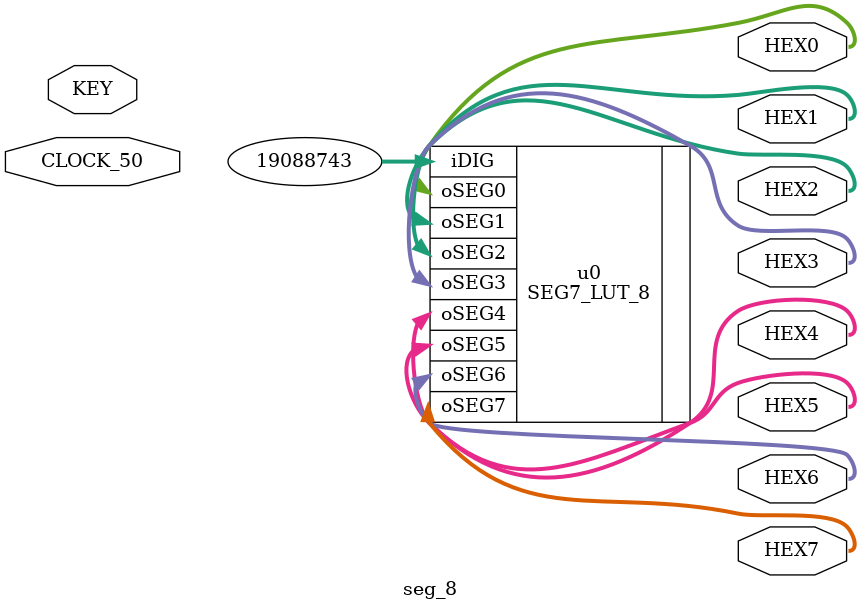
<source format=v>

module seg_8(

	//////// CLOCK //////////
	CLOCK_50,
  
	//////// KEY //////////
	KEY,

	//////// SEG7 //////////
	HEX0,
	HEX1,
	HEX2,
	HEX3,
	HEX4,
	HEX5,
	HEX6,
	HEX7,

);

//=======================================================
//  PARAMETER declarations
//=======================================================


//=======================================================
//  PORT declarations
//=======================================================

//////////// CLOCK //////////
input		          		CLOCK_50;


//////////// KEY //////////
input		      [3:0]		KEY;


//////////// SEG7 //////////
output		   [6:0]		HEX0;
output		   [6:0]		HEX1;
output		   [6:0]		HEX2;
output		   [6:0]		HEX3;
output		   [6:0]		HEX4;
output		   [6:0]		HEX5;
output		   [6:0]		HEX6;
output		   [6:0]		HEX7;


//	7 segment LUT
SEG7_LUT_8 			u0	(	.oSEG0(HEX0),
							.oSEG1(HEX1),
							.oSEG2(HEX2),
							.oSEG3(HEX3),
							.oSEG4(HEX4),
							.oSEG5(HEX5),
							.oSEG6(HEX6),
							.oSEG7(HEX7),
							.iDIG({	4'd0,4'd1,4'd2,4'd3,4'd4,4'd5,4'd6,4'd7	}) );
							// .iDIG(mSEG7_DIG) );
// 最后一位参数是各个位上显示的值
endmodule

</source>
